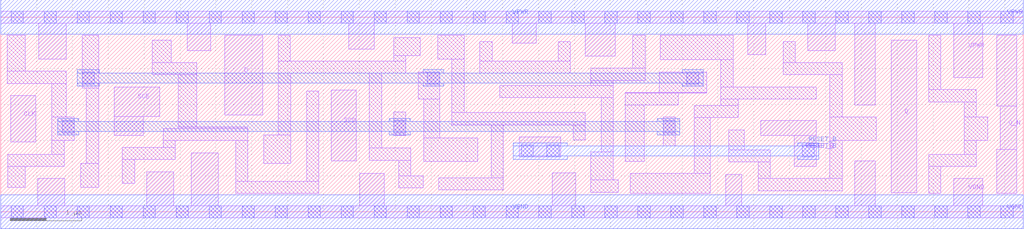
<source format=lef>
# Copyright 2020 The SkyWater PDK Authors
#
# Licensed under the Apache License, Version 2.0 (the "License");
# you may not use this file except in compliance with the License.
# You may obtain a copy of the License at
#
#     https://www.apache.org/licenses/LICENSE-2.0
#
# Unless required by applicable law or agreed to in writing, software
# distributed under the License is distributed on an "AS IS" BASIS,
# WITHOUT WARRANTIES OR CONDITIONS OF ANY KIND, either express or implied.
# See the License for the specific language governing permissions and
# limitations under the License.
#
# SPDX-License-Identifier: Apache-2.0

VERSION 5.7 ;
  NAMESCASESENSITIVE ON ;
  NOWIREEXTENSIONATPIN ON ;
  DIVIDERCHAR "/" ;
  BUSBITCHARS "[]" ;
UNITS
  DATABASE MICRONS 200 ;
END UNITS
PROPERTYDEFINITIONS
  MACRO maskLayoutSubType STRING ;
  MACRO prCellType STRING ;
  MACRO originalViewName STRING ;
END PROPERTYDEFINITIONS
MACRO sky130_fd_sc_hdll__sdfrbp_1
  CLASS CORE ;
  FOREIGN sky130_fd_sc_hdll__sdfrbp_1 ;
  ORIGIN  0.000000  0.000000 ;
  SIZE  14.26000 BY  2.720000 ;
  SYMMETRY X Y R90 ;
  SITE unithd ;
  PIN CLK
    ANTENNAGATEAREA  0.277500 ;
    DIRECTION INPUT ;
    USE SIGNAL ;
    PORT
      LAYER li1 ;
        RECT 0.140000 0.975000 0.490000 1.625000 ;
    END
  END CLK
  PIN D
    ANTENNAGATEAREA  0.160200 ;
    DIRECTION INPUT ;
    USE SIGNAL ;
    PORT
      LAYER li1 ;
        RECT 3.120000 1.355000 3.655000 2.465000 ;
    END
  END D
  PIN Q
    ANTENNADIFFAREA  0.513250 ;
    DIRECTION OUTPUT ;
    USE SIGNAL ;
    PORT
      LAYER li1 ;
        RECT 12.420000 0.265000 12.770000 2.395000 ;
    END
  END Q
  PIN Q_N
    ANTENNADIFFAREA  0.374700 ;
    DIRECTION OUTPUT ;
    USE SIGNAL ;
    PORT
      LAYER li1 ;
        RECT 13.885000 0.255000 14.165000 0.870000 ;
        RECT 13.885000 1.475000 14.165000 2.465000 ;
        RECT 13.935000 0.870000 14.165000 1.475000 ;
    END
  END Q_N
  PIN RESET_B
    ANTENNAGATEAREA  0.277200 ;
    DIRECTION INPUT ;
    USE SIGNAL ;
    PORT
      LAYER li1 ;
        RECT  7.230000 0.765000  7.810000 1.045000 ;
        RECT 10.600000 1.065000 11.370000 1.275000 ;
        RECT 11.065000 0.635000 11.370000 1.065000 ;
      LAYER mcon ;
        RECT  7.255000 0.765000  7.425000 0.935000 ;
        RECT  7.615000 0.765000  7.785000 0.935000 ;
        RECT 11.175000 0.765000 11.345000 0.935000 ;
      LAYER met1 ;
        RECT  7.145000 0.735000  7.900000 0.780000 ;
        RECT  7.145000 0.780000 11.405000 0.920000 ;
        RECT  7.145000 0.920000  7.900000 0.965000 ;
        RECT 11.115000 0.735000 11.405000 0.780000 ;
        RECT 11.115000 0.920000 11.405000 0.965000 ;
    END
  END RESET_B
  PIN SCD
    ANTENNAGATEAREA  0.172800 ;
    DIRECTION INPUT ;
    USE SIGNAL ;
    PORT
      LAYER li1 ;
        RECT 4.610000 0.710000 4.955000 1.700000 ;
    END
  END SCD
  PIN SCE
    ANTENNAGATEAREA  0.467400 ;
    DIRECTION INPUT ;
    USE SIGNAL ;
    PORT
      LAYER li1 ;
        RECT 1.585000 1.070000 1.990000 1.335000 ;
        RECT 1.585000 1.335000 2.220000 1.745000 ;
    END
  END SCE
  PIN VGND
    DIRECTION INOUT ;
    USE GROUND ;
    PORT
      LAYER li1 ;
        RECT  0.000000 -0.085000 14.260000 0.085000 ;
        RECT  0.515000  0.085000  0.895000 0.465000 ;
        RECT  2.035000  0.085000  2.415000 0.560000 ;
        RECT  2.655000  0.085000  3.035000 0.825000 ;
        RECT  5.005000  0.085000  5.350000 0.540000 ;
        RECT  7.690000  0.085000  8.020000 0.545000 ;
        RECT 10.110000  0.085000 10.330000 0.525000 ;
        RECT 11.905000  0.085000 12.190000 0.710000 ;
        RECT 13.285000  0.085000 13.695000 0.465000 ;
      LAYER mcon ;
        RECT  0.145000 -0.085000  0.315000 0.085000 ;
        RECT  0.605000 -0.085000  0.775000 0.085000 ;
        RECT  1.065000 -0.085000  1.235000 0.085000 ;
        RECT  1.525000 -0.085000  1.695000 0.085000 ;
        RECT  1.985000 -0.085000  2.155000 0.085000 ;
        RECT  2.445000 -0.085000  2.615000 0.085000 ;
        RECT  2.905000 -0.085000  3.075000 0.085000 ;
        RECT  3.365000 -0.085000  3.535000 0.085000 ;
        RECT  3.825000 -0.085000  3.995000 0.085000 ;
        RECT  4.285000 -0.085000  4.455000 0.085000 ;
        RECT  4.745000 -0.085000  4.915000 0.085000 ;
        RECT  5.205000 -0.085000  5.375000 0.085000 ;
        RECT  5.665000 -0.085000  5.835000 0.085000 ;
        RECT  6.125000 -0.085000  6.295000 0.085000 ;
        RECT  6.585000 -0.085000  6.755000 0.085000 ;
        RECT  7.045000 -0.085000  7.215000 0.085000 ;
        RECT  7.505000 -0.085000  7.675000 0.085000 ;
        RECT  7.965000 -0.085000  8.135000 0.085000 ;
        RECT  8.425000 -0.085000  8.595000 0.085000 ;
        RECT  8.885000 -0.085000  9.055000 0.085000 ;
        RECT  9.345000 -0.085000  9.515000 0.085000 ;
        RECT  9.805000 -0.085000  9.975000 0.085000 ;
        RECT 10.265000 -0.085000 10.435000 0.085000 ;
        RECT 10.725000 -0.085000 10.895000 0.085000 ;
        RECT 11.185000 -0.085000 11.355000 0.085000 ;
        RECT 11.645000 -0.085000 11.815000 0.085000 ;
        RECT 12.105000 -0.085000 12.275000 0.085000 ;
        RECT 12.565000 -0.085000 12.735000 0.085000 ;
        RECT 13.025000 -0.085000 13.195000 0.085000 ;
        RECT 13.485000 -0.085000 13.655000 0.085000 ;
        RECT 13.945000 -0.085000 14.115000 0.085000 ;
      LAYER met1 ;
        RECT 0.000000 -0.240000 14.260000 0.240000 ;
    END
  END VGND
  PIN VPWR
    DIRECTION INOUT ;
    USE POWER ;
    PORT
      LAYER li1 ;
        RECT  0.000000 2.635000 14.260000 2.805000 ;
        RECT  0.530000 2.135000  0.910000 2.635000 ;
        RECT  2.600000 2.255000  2.930000 2.635000 ;
        RECT  4.855000 2.275000  5.205000 2.635000 ;
        RECT  7.135000 2.355000  7.465000 2.635000 ;
        RECT  8.150000 2.175000  8.570000 2.635000 ;
        RECT 10.415000 2.195000 10.665000 2.635000 ;
        RECT 11.255000 2.255000 11.635000 2.635000 ;
        RECT 11.905000 1.495000 12.190000 2.635000 ;
        RECT 13.285000 1.875000 13.695000 2.635000 ;
      LAYER mcon ;
        RECT  0.145000 2.635000  0.315000 2.805000 ;
        RECT  0.605000 2.635000  0.775000 2.805000 ;
        RECT  1.065000 2.635000  1.235000 2.805000 ;
        RECT  1.525000 2.635000  1.695000 2.805000 ;
        RECT  1.985000 2.635000  2.155000 2.805000 ;
        RECT  2.445000 2.635000  2.615000 2.805000 ;
        RECT  2.905000 2.635000  3.075000 2.805000 ;
        RECT  3.365000 2.635000  3.535000 2.805000 ;
        RECT  3.825000 2.635000  3.995000 2.805000 ;
        RECT  4.285000 2.635000  4.455000 2.805000 ;
        RECT  4.745000 2.635000  4.915000 2.805000 ;
        RECT  5.205000 2.635000  5.375000 2.805000 ;
        RECT  5.665000 2.635000  5.835000 2.805000 ;
        RECT  6.125000 2.635000  6.295000 2.805000 ;
        RECT  6.585000 2.635000  6.755000 2.805000 ;
        RECT  7.045000 2.635000  7.215000 2.805000 ;
        RECT  7.505000 2.635000  7.675000 2.805000 ;
        RECT  7.965000 2.635000  8.135000 2.805000 ;
        RECT  8.425000 2.635000  8.595000 2.805000 ;
        RECT  8.885000 2.635000  9.055000 2.805000 ;
        RECT  9.345000 2.635000  9.515000 2.805000 ;
        RECT  9.805000 2.635000  9.975000 2.805000 ;
        RECT 10.265000 2.635000 10.435000 2.805000 ;
        RECT 10.725000 2.635000 10.895000 2.805000 ;
        RECT 11.185000 2.635000 11.355000 2.805000 ;
        RECT 11.645000 2.635000 11.815000 2.805000 ;
        RECT 12.105000 2.635000 12.275000 2.805000 ;
        RECT 12.565000 2.635000 12.735000 2.805000 ;
        RECT 13.025000 2.635000 13.195000 2.805000 ;
        RECT 13.485000 2.635000 13.655000 2.805000 ;
        RECT 13.945000 2.635000 14.115000 2.805000 ;
      LAYER met1 ;
        RECT 0.000000 2.480000 14.260000 2.960000 ;
    END
  END VPWR
  OBS
    LAYER li1 ;
      RECT  0.090000 1.795000  0.915000 1.965000 ;
      RECT  0.090000 1.965000  0.345000 2.465000 ;
      RECT  0.095000 0.345000  0.345000 0.635000 ;
      RECT  0.095000 0.635000  0.885000 0.805000 ;
      RECT  0.710000 0.805000  0.885000 0.995000 ;
      RECT  0.710000 0.995000  1.025000 1.325000 ;
      RECT  0.710000 1.325000  0.915000 1.795000 ;
      RECT  1.115000 0.345000  1.365000 0.675000 ;
      RECT  1.135000 1.730000  1.365000 2.465000 ;
      RECT  1.195000 0.675000  1.365000 1.730000 ;
      RECT  1.695000 0.395000  1.865000 0.730000 ;
      RECT  1.695000 0.730000  2.435000 0.900000 ;
      RECT  2.110000 1.915000  2.730000 2.085000 ;
      RECT  2.110000 2.085000  2.380000 2.400000 ;
      RECT  2.265000 0.900000  2.435000 0.995000 ;
      RECT  2.265000 0.995000  3.445000 1.165000 ;
      RECT  2.475000 1.165000  3.445000 1.185000 ;
      RECT  2.475000 1.185000  2.730000 1.915000 ;
      RECT  3.275000 0.255000  4.435000 0.425000 ;
      RECT  3.275000 0.425000  3.445000 0.995000 ;
      RECT  3.665000 0.675000  4.045000 1.075000 ;
      RECT  3.870000 1.075000  4.045000 1.935000 ;
      RECT  3.870000 1.935000  5.650000 2.105000 ;
      RECT  3.870000 2.105000  4.040000 2.465000 ;
      RECT  4.265000 0.425000  4.435000 1.685000 ;
      RECT  5.140000 0.715000  5.720000 0.895000 ;
      RECT  5.140000 0.895000  5.310000 1.935000 ;
      RECT  5.480000 1.065000  5.650000 1.395000 ;
      RECT  5.480000 2.105000  5.650000 2.185000 ;
      RECT  5.480000 2.185000  5.850000 2.435000 ;
      RECT  5.550000 0.335000  5.890000 0.505000 ;
      RECT  5.550000 0.505000  5.720000 0.715000 ;
      RECT  5.820000 1.575000  6.120000 1.955000 ;
      RECT  5.900000 0.705000  6.650000 1.035000 ;
      RECT  5.900000 1.035000  6.120000 1.575000 ;
      RECT  6.095000 2.135000  6.460000 2.465000 ;
      RECT  6.110000 0.305000  7.010000 0.475000 ;
      RECT  6.290000 1.215000  8.150000 1.385000 ;
      RECT  6.290000 1.385000  6.460000 2.135000 ;
      RECT  6.680000 1.935000  7.940000 2.105000 ;
      RECT  6.680000 2.105000  6.850000 2.375000 ;
      RECT  6.840000 0.475000  7.010000 1.215000 ;
      RECT  6.960000 1.595000  8.540000 1.765000 ;
      RECT  7.770000 2.105000  7.940000 2.375000 ;
      RECT  7.980000 1.005000  8.150000 1.215000 ;
      RECT  8.230000 0.275000  8.610000 0.445000 ;
      RECT  8.230000 0.445000  8.540000 0.835000 ;
      RECT  8.230000 1.765000  8.540000 1.835000 ;
      RECT  8.230000 1.835000  8.985000 2.005000 ;
      RECT  8.370000 0.835000  8.540000 1.595000 ;
      RECT  8.710000 0.705000  8.970000 1.495000 ;
      RECT  8.710000 1.495000  9.445000 1.660000 ;
      RECT  8.710000 1.660000  9.845000 1.665000 ;
      RECT  8.780000 0.255000  9.890000 0.535000 ;
      RECT  8.815000 2.005000  8.985000 2.465000 ;
      RECT  9.185000 1.665000  9.845000 1.955000 ;
      RECT  9.195000 2.125000 10.215000 2.465000 ;
      RECT  9.235000 0.920000  9.405000 1.325000 ;
      RECT  9.670000 0.535000  9.890000 1.315000 ;
      RECT  9.670000 1.315000 10.285000 1.485000 ;
      RECT 10.040000 1.485000 10.285000 1.575000 ;
      RECT 10.040000 1.575000 11.370000 1.745000 ;
      RECT 10.040000 1.745000 10.215000 2.125000 ;
      RECT 10.150000 0.695000 10.730000 0.865000 ;
      RECT 10.150000 0.865000 10.370000 1.145000 ;
      RECT 10.560000 0.295000 11.735000 0.465000 ;
      RECT 10.560000 0.465000 10.730000 0.695000 ;
      RECT 10.910000 1.915000 11.730000 2.085000 ;
      RECT 10.910000 2.085000 11.080000 2.375000 ;
      RECT 11.560000 0.465000 11.735000 0.995000 ;
      RECT 11.560000 0.995000 12.205000 1.325000 ;
      RECT 11.560000 1.325000 11.730000 1.915000 ;
      RECT 12.940000 0.255000 13.110000 0.635000 ;
      RECT 12.940000 0.635000 13.605000 0.805000 ;
      RECT 12.940000 1.535000 13.605000 1.705000 ;
      RECT 12.940000 1.705000 13.110000 2.465000 ;
      RECT 13.435000 0.805000 13.605000 0.995000 ;
      RECT 13.435000 0.995000 13.765000 1.325000 ;
      RECT 13.435000 1.325000 13.605000 1.535000 ;
    LAYER mcon ;
      RECT 0.855000 1.105000 1.025000 1.275000 ;
      RECT 1.135000 1.785000 1.305000 1.955000 ;
      RECT 5.480000 1.105000 5.650000 1.275000 ;
      RECT 5.950000 1.785000 6.120000 1.955000 ;
      RECT 9.235000 1.105000 9.405000 1.275000 ;
      RECT 9.565000 1.785000 9.735000 1.955000 ;
    LAYER met1 ;
      RECT 0.795000 1.075000 1.085000 1.120000 ;
      RECT 0.795000 1.120000 9.465000 1.260000 ;
      RECT 0.795000 1.260000 1.085000 1.305000 ;
      RECT 1.070000 1.755000 1.370000 1.800000 ;
      RECT 1.070000 1.800000 9.795000 1.940000 ;
      RECT 1.070000 1.940000 1.370000 1.985000 ;
      RECT 5.420000 1.075000 5.710000 1.120000 ;
      RECT 5.420000 1.260000 5.710000 1.305000 ;
      RECT 5.890000 1.755000 6.180000 1.800000 ;
      RECT 5.890000 1.940000 6.180000 1.985000 ;
      RECT 9.155000 1.075000 9.465000 1.120000 ;
      RECT 9.155000 1.260000 9.465000 1.305000 ;
      RECT 9.500000 1.755000 9.795000 1.800000 ;
      RECT 9.500000 1.940000 9.795000 1.985000 ;
  END
  PROPERTY maskLayoutSubType "abstract" ;
  PROPERTY prCellType "standard" ;
  PROPERTY originalViewName "layout" ;
END sky130_fd_sc_hdll__sdfrbp_1

</source>
